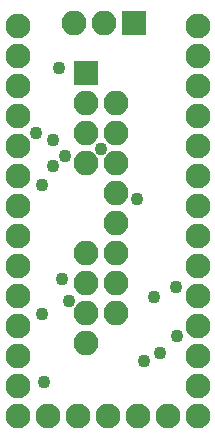
<source format=gts>
G04 #@! TF.FileFunction,Soldermask,Top*
%FSLAX46Y46*%
G04 Gerber Fmt 4.6, Leading zero omitted, Abs format (unit mm)*
G04 Created by KiCad (PCBNEW 4.0.6) date 04/01/17 00:44:48*
%MOMM*%
%LPD*%
G01*
G04 APERTURE LIST*
%ADD10C,0.100000*%
%ADD11R,2.100000X2.100000*%
%ADD12O,2.100000X2.100000*%
%ADD13C,2.101800*%
%ADD14C,1.085800*%
G04 APERTURE END LIST*
D10*
D11*
X65875000Y-31775000D03*
D12*
X63335000Y-31775000D03*
X60795000Y-31775000D03*
D13*
X56020001Y-34575000D03*
X56020001Y-37115000D03*
X56020001Y-39655000D03*
X56020001Y-42195000D03*
X56020001Y-44735000D03*
X56020001Y-47275000D03*
X56020001Y-49815000D03*
X56020001Y-52355000D03*
X56020001Y-54895000D03*
X56020001Y-57435000D03*
X56020001Y-59975000D03*
X56020001Y-62515000D03*
X56020001Y-65055000D03*
X71260001Y-65055000D03*
X71260001Y-62515000D03*
X71260001Y-59975000D03*
X71260001Y-57435000D03*
X71260001Y-54895000D03*
X71260001Y-52355000D03*
X71260001Y-49815000D03*
X71260001Y-47275000D03*
X71260001Y-44735000D03*
X71260001Y-42195000D03*
X71260001Y-39655000D03*
X71260001Y-37115000D03*
X71260001Y-34575000D03*
X71260001Y-32035000D03*
X56020001Y-32035000D03*
X58560001Y-65055000D03*
X61100001Y-65055000D03*
X63640001Y-65055000D03*
X66180001Y-65055000D03*
X68720001Y-65055000D03*
D11*
X61800000Y-36025000D03*
D12*
X61800000Y-38565000D03*
X64340000Y-38565000D03*
X61800000Y-41105000D03*
X64340000Y-41105000D03*
X61800000Y-43645000D03*
X64340000Y-43645000D03*
X64340000Y-46185000D03*
X64340000Y-48725000D03*
X61800000Y-51265000D03*
X64340000Y-51265000D03*
X61800000Y-53805000D03*
X64340000Y-53805000D03*
X61800000Y-56345000D03*
X64340000Y-56345000D03*
X61800000Y-58885000D03*
D14*
X60400000Y-55300000D03*
X60050000Y-43050000D03*
X57600000Y-41050000D03*
X58050000Y-45500000D03*
X58100000Y-56450000D03*
X59750000Y-53450000D03*
X59000000Y-41650000D03*
X59050000Y-43900000D03*
X58300000Y-62150000D03*
X59550000Y-35600000D03*
X66700000Y-60400000D03*
X66150000Y-46700000D03*
X63050000Y-42400000D03*
X68050000Y-59750000D03*
X67550000Y-54950000D03*
X69500000Y-58300000D03*
X69400000Y-54100000D03*
M02*

</source>
